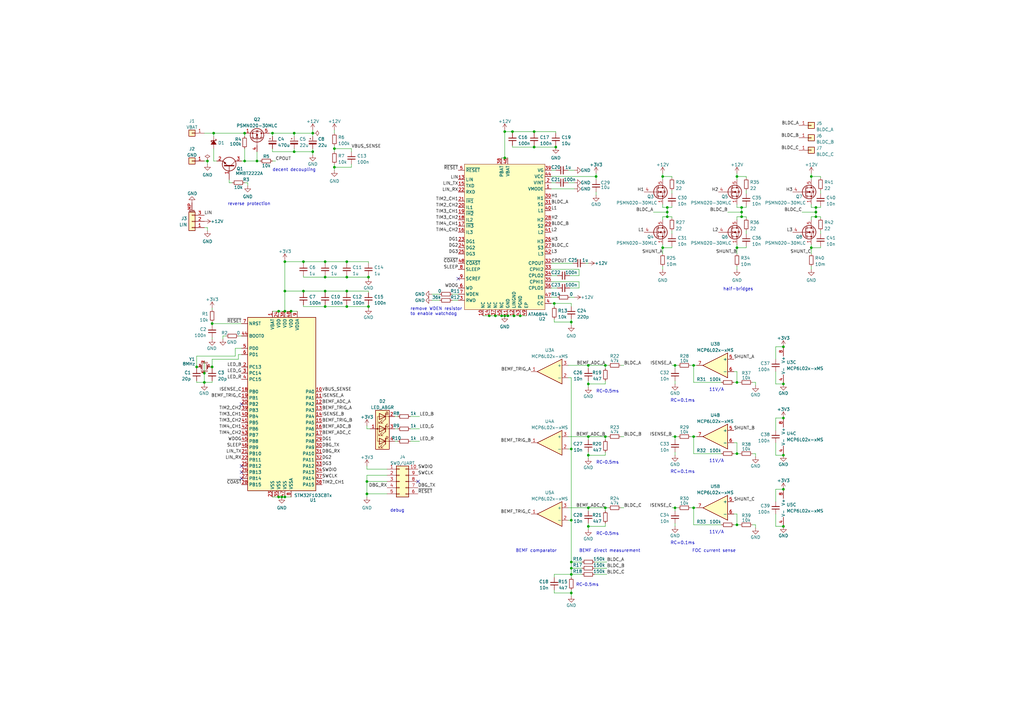
<source format=kicad_sch>
(kicad_sch (version 20231120) (generator "eeschema") (generator_version "8.0")
  (paper "A3")
  (junction (at 304.165 88.9))
  (junction (at 276.86 149.86))
  (junction (at 86.995 132.715))
  (junction (at 210.82 129.54))
  (junction (at 234.315 213.36))
  (junction (at 150.495 197.485))
  (junction (at 227.965 60.325))
  (junction (at 87.63 54.61))
  (junction (at 234.315 132.08))
  (junction (at 100.33 66.04))
  (junction (at 241.3 149.86))
  (junction (at 128.27 54.61))
  (junction (at 248.285 208.28))
  (junction (at 100.33 54.61))
  (junction (at 321.31 157.48))
  (junction (at 120.65 62.23))
  (junction (at 151.13 113.665))
  (junction (at 273.685 88.9))
  (junction (at 142.24 113.665))
  (junction (at 128.27 62.23))
  (junction (at 234.315 230.505))
  (junction (at 234.315 243.205))
  (junction (at 241.3 186.69))
  (junction (at 85.09 66.04))
  (junction (at 213.36 129.54))
  (junction (at 105.41 66.04))
  (junction (at 248.285 179.07))
  (junction (at 321.31 186.69))
  (junction (at 124.46 107.315))
  (junction (at 142.24 119.38))
  (junction (at 244.475 72.39))
  (junction (at 133.35 125.73))
  (junction (at 80.645 150.495))
  (junction (at 332.74 72.39))
  (junction (at 273.685 85.09))
  (junction (at 219.075 60.325))
  (junction (at 334.645 88.9))
  (junction (at 271.78 72.39))
  (junction (at 150.495 202.565))
  (junction (at 133.35 119.38))
  (junction (at 200.66 129.54))
  (junction (at 207.01 64.77))
  (junction (at 114.3 127.635))
  (junction (at 120.65 54.61))
  (junction (at 321.31 200.66))
  (junction (at 302.26 215.265))
  (junction (at 276.86 179.07))
  (junction (at 321.31 171.45))
  (junction (at 151.13 125.73))
  (junction (at 284.48 179.07))
  (junction (at 142.24 107.315))
  (junction (at 203.2 129.54))
  (junction (at 241.3 179.07))
  (junction (at 271.78 101.6))
  (junction (at 234.315 184.15))
  (junction (at 114.3 203.835))
  (junction (at 133.35 107.315))
  (junction (at 137.16 60.96))
  (junction (at 83.82 153.035))
  (junction (at 302.26 72.39))
  (junction (at 248.285 149.86))
  (junction (at 241.3 208.28))
  (junction (at 210.185 53.975))
  (junction (at 207.01 53.975))
  (junction (at 302.26 101.6))
  (junction (at 241.3 157.48))
  (junction (at 133.35 113.665))
  (junction (at 219.075 53.975))
  (junction (at 137.16 68.58))
  (junction (at 227.33 124.46))
  (junction (at 302.26 156.845))
  (junction (at 111.76 54.61))
  (junction (at 119.38 127.635))
  (junction (at 332.74 101.6))
  (junction (at 302.26 186.055))
  (junction (at 124.46 119.38))
  (junction (at 276.86 208.28))
  (junction (at 304.165 86.995))
  (junction (at 234.315 233.045))
  (junction (at 83.82 156.845))
  (junction (at 115.57 203.835))
  (junction (at 304.165 85.09))
  (junction (at 116.84 119.38))
  (junction (at 321.31 142.24))
  (junction (at 234.315 235.585))
  (junction (at 321.31 215.9))
  (junction (at 284.48 208.28))
  (junction (at 284.48 149.86))
  (junction (at 116.84 127.635))
  (junction (at 205.74 129.54))
  (junction (at 86.995 150.495))
  (junction (at 273.685 86.995))
  (junction (at 208.28 129.54))
  (junction (at 207.01 129.54))
  (junction (at 241.3 215.9))
  (junction (at 334.645 85.09))
  (junction (at 334.645 86.995))
  (junction (at 116.84 107.315))
  (junction (at 142.24 125.73))
  (junction (at 116.84 203.835))
  (no_connect (at 99.06 196.215))
  (no_connect (at 99.06 191.135))
  (no_connect (at 99.06 193.675))
  (no_connect (at 171.45 197.485))
  (no_connect (at 99.06 165.735))
  (no_connect (at 187.96 114.3))
  (wire (pts (xy 83.82 156.845) (xy 83.82 157.48)))
  (wire (pts (xy 318.135 176.53) (xy 318.135 171.45)))
  (wire (pts (xy 205.74 129.54) (xy 207.01 129.54)))
  (wire (pts (xy 306.07 100.965) (xy 306.07 101.6)))
  (wire (pts (xy 298.45 86.995) (xy 304.165 86.995)))
  (wire (pts (xy 275.59 94.615) (xy 275.59 95.885)))
  (wire (pts (xy 100.33 66.04) (xy 105.41 66.04)))
  (wire (pts (xy 334.645 86.995) (xy 334.645 88.9)))
  (wire (pts (xy 114.3 127.635) (xy 116.84 127.635)))
  (wire (pts (xy 332.74 85.09) (xy 334.645 85.09)))
  (wire (pts (xy 332.74 101.6) (xy 336.55 101.6)))
  (wire (pts (xy 97.79 137.795) (xy 99.06 137.795)))
  (wire (pts (xy 151.13 119.38) (xy 151.13 120.015)))
  (wire (pts (xy 133.35 125.73) (xy 133.35 125.095)))
  (wire (pts (xy 318.135 210.82) (xy 318.135 215.9)))
  (wire (pts (xy 226.06 69.85) (xy 227.965 69.85)))
  (wire (pts (xy 120.65 54.61) (xy 120.65 55.88)))
  (wire (pts (xy 332.74 83.82) (xy 332.74 85.09)))
  (wire (pts (xy 86.995 156.21) (xy 86.995 156.845)))
  (wire (pts (xy 244.475 78.74) (xy 244.475 80.01)))
  (wire (pts (xy 275.59 179.07) (xy 276.86 179.07)))
  (wire (pts (xy 150.495 194.945) (xy 150.495 197.485)))
  (wire (pts (xy 86.995 156.845) (xy 83.82 156.845)))
  (wire (pts (xy 275.59 149.86) (xy 276.86 149.86)))
  (wire (pts (xy 300.99 215.265) (xy 302.26 215.265)))
  (wire (pts (xy 306.07 72.39) (xy 302.26 72.39)))
  (wire (pts (xy 302.26 215.265) (xy 303.53 215.265)))
  (wire (pts (xy 158.75 194.945) (xy 150.495 194.945)))
  (wire (pts (xy 133.35 119.38) (xy 133.35 120.015)))
  (wire (pts (xy 302.26 72.39) (xy 302.26 73.66)))
  (wire (pts (xy 241.3 215.9) (xy 241.3 217.17)))
  (wire (pts (xy 200.66 129.54) (xy 203.2 129.54)))
  (wire (pts (xy 283.21 179.07) (xy 284.48 179.07)))
  (wire (pts (xy 248.285 156.21) (xy 248.285 157.48)))
  (wire (pts (xy 142.24 119.38) (xy 142.24 120.015)))
  (wire (pts (xy 210.185 53.975) (xy 210.185 54.61)))
  (wire (pts (xy 151.13 113.665) (xy 151.13 114.3)))
  (wire (pts (xy 275.59 73.025) (xy 275.59 72.39)))
  (wire (pts (xy 248.285 185.42) (xy 248.285 186.69)))
  (wire (pts (xy 306.07 94.615) (xy 306.07 95.885)))
  (wire (pts (xy 226.06 107.95) (xy 234.95 107.95)))
  (wire (pts (xy 302.26 186.055) (xy 303.53 186.055)))
  (wire (pts (xy 275.59 89.535) (xy 275.59 88.9)))
  (wire (pts (xy 116.84 119.38) (xy 124.46 119.38)))
  (wire (pts (xy 114.3 203.835) (xy 115.57 203.835)))
  (wire (pts (xy 226.06 110.49) (xy 237.49 110.49)))
  (wire (pts (xy 318.135 157.48) (xy 321.31 157.48)))
  (wire (pts (xy 318.135 215.9) (xy 321.31 215.9)))
  (wire (pts (xy 133.35 125.73) (xy 142.24 125.73)))
  (wire (pts (xy 271.78 71.12) (xy 271.78 72.39)))
  (wire (pts (xy 234.315 213.36) (xy 234.315 230.505)))
  (wire (pts (xy 93.98 74.93) (xy 93.98 73.66)))
  (wire (pts (xy 124.46 107.95) (xy 124.46 107.315)))
  (wire (pts (xy 237.49 115.57) (xy 237.49 118.11)))
  (wire (pts (xy 241.3 215.9) (xy 241.3 214.63)))
  (wire (pts (xy 128.27 53.34) (xy 128.27 54.61)))
  (wire (pts (xy 128.27 62.23) (xy 128.27 63.5)))
  (wire (pts (xy 111.76 60.96) (xy 111.76 62.23)))
  (wire (pts (xy 137.16 53.34) (xy 137.16 54.61)))
  (wire (pts (xy 302.26 210.82) (xy 302.26 215.265)))
  (wire (pts (xy 163.195 175.895) (xy 161.925 175.895)))
  (wire (pts (xy 99.06 142.875) (xy 96.52 142.875)))
  (wire (pts (xy 283.21 208.28) (xy 284.48 208.28)))
  (wire (pts (xy 234.315 243.205) (xy 234.315 244.475)))
  (wire (pts (xy 318.135 200.66) (xy 321.31 200.66)))
  (wire (pts (xy 111.76 62.23) (xy 120.65 62.23)))
  (wire (pts (xy 177.165 123.19) (xy 180.34 123.19)))
  (wire (pts (xy 275.59 100.965) (xy 275.59 101.6)))
  (wire (pts (xy 254.635 149.86) (xy 255.905 149.86)))
  (wire (pts (xy 248.285 179.07) (xy 248.285 180.34)))
  (wire (pts (xy 248.285 208.28) (xy 241.3 208.28)))
  (wire (pts (xy 83.82 54.61) (xy 87.63 54.61)))
  (wire (pts (xy 234.315 233.045) (xy 238.76 233.045)))
  (wire (pts (xy 124.46 125.73) (xy 124.46 125.095)))
  (wire (pts (xy 226.06 115.57) (xy 237.49 115.57)))
  (wire (pts (xy 150.495 192.405) (xy 158.75 192.405)))
  (wire (pts (xy 83.82 66.04) (xy 85.09 66.04)))
  (wire (pts (xy 302.26 83.82) (xy 302.26 85.09)))
  (wire (pts (xy 308.61 215.265) (xy 309.88 215.265)))
  (wire (pts (xy 111.76 127.635) (xy 114.3 127.635)))
  (wire (pts (xy 86.995 126.365) (xy 86.995 127)))
  (wire (pts (xy 105.41 66.04) (xy 106.68 66.04)))
  (wire (pts (xy 283.21 149.86) (xy 284.48 149.86)))
  (wire (pts (xy 100.33 60.96) (xy 100.33 66.04)))
  (wire (pts (xy 271.78 72.39) (xy 271.78 73.66)))
  (wire (pts (xy 142.24 113.665) (xy 142.24 113.03)))
  (wire (pts (xy 308.61 156.845) (xy 309.88 156.845)))
  (wire (pts (xy 233.045 154.94) (xy 234.315 154.94)))
  (wire (pts (xy 241.3 157.48) (xy 241.3 158.75)))
  (wire (pts (xy 87.63 60.96) (xy 87.63 66.04)))
  (wire (pts (xy 233.045 69.85) (xy 235.585 69.85)))
  (wire (pts (xy 304.165 88.9) (xy 302.26 88.9)))
  (wire (pts (xy 85.09 94.615) (xy 85.09 93.345)))
  (wire (pts (xy 137.16 59.69) (xy 137.16 60.96)))
  (wire (pts (xy 97.79 147.32) (xy 86.995 147.32)))
  (wire (pts (xy 306.07 78.105) (xy 306.07 79.375)))
  (wire (pts (xy 309.88 156.845) (xy 309.88 158.115)))
  (wire (pts (xy 227.33 130.81) (xy 227.33 132.08)))
  (wire (pts (xy 168.275 180.975) (xy 172.085 180.975)))
  (wire (pts (xy 142.24 119.38) (xy 151.13 119.38)))
  (wire (pts (xy 271.78 100.33) (xy 271.78 101.6)))
  (wire (pts (xy 207.01 64.77) (xy 208.28 64.77)))
  (wire (pts (xy 137.16 67.31) (xy 137.16 68.58)))
  (wire (pts (xy 86.995 150.495) (xy 86.995 151.13)))
  (wire (pts (xy 306.07 73.025) (xy 306.07 72.39)))
  (wire (pts (xy 275.59 78.105) (xy 275.59 79.375)))
  (wire (pts (xy 142.24 125.73) (xy 151.13 125.73)))
  (wire (pts (xy 302.26 152.4) (xy 302.26 156.845)))
  (wire (pts (xy 271.78 101.6) (xy 275.59 101.6)))
  (wire (pts (xy 318.135 186.69) (xy 321.31 186.69)))
  (wire (pts (xy 300.99 186.055) (xy 302.26 186.055)))
  (wire (pts (xy 248.285 179.07) (xy 241.3 179.07)))
  (wire (pts (xy 227.965 59.69) (xy 227.965 60.325)))
  (wire (pts (xy 248.285 208.28) (xy 248.285 209.55)))
  (wire (pts (xy 304.165 85.09) (xy 306.07 85.09)))
  (wire (pts (xy 80.645 151.13) (xy 80.645 150.495)))
  (wire (pts (xy 332.74 109.22) (xy 332.74 110.49)))
  (wire (pts (xy 105.41 62.23) (xy 105.41 66.04)))
  (wire (pts (xy 124.46 107.315) (xy 133.35 107.315)))
  (wire (pts (xy 80.645 150.495) (xy 81.28 150.495)))
  (wire (pts (xy 101.6 76.2) (xy 101.6 74.93)))
  (wire (pts (xy 142.24 107.315) (xy 142.24 107.95)))
  (wire (pts (xy 219.075 59.69) (xy 219.075 60.325)))
  (wire (pts (xy 302.26 101.6) (xy 302.26 104.14)))
  (wire (pts (xy 210.185 53.975) (xy 207.01 53.975)))
  (wire (pts (xy 295.91 156.845) (xy 284.48 156.845)))
  (wire (pts (xy 95.25 74.93) (xy 93.98 74.93)))
  (wire (pts (xy 302.26 100.33) (xy 302.26 101.6)))
  (wire (pts (xy 332.74 101.6) (xy 332.74 104.14)))
  (wire (pts (xy 306.07 84.455) (xy 306.07 85.09)))
  (wire (pts (xy 88.9 66.04) (xy 87.63 66.04)))
  (wire (pts (xy 227.965 53.975) (xy 219.075 53.975)))
  (wire (pts (xy 318.135 152.4) (xy 318.135 157.48)))
  (wire (pts (xy 137.16 68.58) (xy 144.145 68.58)))
  (wire (pts (xy 80.645 146.05) (xy 80.645 150.495)))
  (wire (pts (xy 309.88 186.055) (xy 309.88 187.325)))
  (wire (pts (xy 234.315 230.505) (xy 238.76 230.505)))
  (wire (pts (xy 144.145 60.96) (xy 137.16 60.96)))
  (wire (pts (xy 128.27 62.23) (xy 128.27 60.96)))
  (wire (pts (xy 234.315 233.045) (xy 234.315 235.585)))
  (wire (pts (xy 150.495 191.135) (xy 150.495 192.405)))
  (wire (pts (xy 318.135 171.45) (xy 321.31 171.45)))
  (wire (pts (xy 210.82 129.54) (xy 213.36 129.54)))
  (wire (pts (xy 234.315 230.505) (xy 234.315 233.045)))
  (wire (pts (xy 284.48 208.28) (xy 285.75 208.28)))
  (wire (pts (xy 150.495 175.895) (xy 151.765 175.895)))
  (wire (pts (xy 226.06 121.92) (xy 228.6 121.92)))
  (wire (pts (xy 241.3 186.69) (xy 241.3 185.42)))
  (wire (pts (xy 336.55 84.455) (xy 336.55 85.09)))
  (wire (pts (xy 234.315 130.81) (xy 234.315 132.08)))
  (wire (pts (xy 241.3 157.48) (xy 241.3 156.21)))
  (wire (pts (xy 151.13 113.665) (xy 151.13 113.03)))
  (wire (pts (xy 133.35 107.315) (xy 142.24 107.315)))
  (wire (pts (xy 120.65 54.61) (xy 128.27 54.61)))
  (wire (pts (xy 87.63 55.88) (xy 87.63 54.61)))
  (wire (pts (xy 284.48 215.265) (xy 284.48 208.28)))
  (wire (pts (xy 318.135 147.32) (xy 318.135 142.24)))
  (wire (pts (xy 99.06 66.04) (xy 100.33 66.04)))
  (wire (pts (xy 233.68 121.92) (xy 235.585 121.92)))
  (wire (pts (xy 233.045 208.28) (xy 241.3 208.28)))
  (wire (pts (xy 110.49 54.61) (xy 111.76 54.61)))
  (wire (pts (xy 116.84 127.635) (xy 116.84 119.38)))
  (wire (pts (xy 226.06 124.46) (xy 227.33 124.46)))
  (wire (pts (xy 226.06 74.93) (xy 227.965 74.93)))
  (wire (pts (xy 234.315 235.585) (xy 234.315 236.855)))
  (wire (pts (xy 302.26 109.22) (xy 302.26 110.49)))
  (wire (pts (xy 302.26 85.09) (xy 304.165 85.09)))
  (wire (pts (xy 241.3 186.69) (xy 241.3 187.96)))
  (wire (pts (xy 243.84 233.045) (xy 248.92 233.045)))
  (wire (pts (xy 300.99 152.4) (xy 302.26 152.4)))
  (wire (pts (xy 336.55 72.39) (xy 332.74 72.39)))
  (wire (pts (xy 116.84 106.68) (xy 116.84 107.315)))
  (wire (pts (xy 91.44 137.795) (xy 91.44 139.065)))
  (wire (pts (xy 226.06 118.11) (xy 228.6 118.11)))
  (wire (pts (xy 226.06 72.39) (xy 244.475 72.39)))
  (wire (pts (xy 111.76 66.04) (xy 113.03 66.04)))
  (wire (pts (xy 142.24 125.73) (xy 142.24 125.095)))
  (wire (pts (xy 227.965 54.61) (xy 227.965 53.975)))
  (wire (pts (xy 273.685 86.995) (xy 273.685 85.09)))
  (wire (pts (xy 203.2 129.54) (xy 205.74 129.54)))
  (wire (pts (xy 241.3 179.07) (xy 241.3 180.34)))
  (wire (pts (xy 234.315 124.46) (xy 234.315 125.73)))
  (wire (pts (xy 85.09 93.345) (xy 83.82 93.345)))
  (wire (pts (xy 309.88 215.265) (xy 309.88 216.535)))
  (wire (pts (xy 142.24 107.315) (xy 151.13 107.315)))
  (wire (pts (xy 249.555 179.07) (xy 248.285 179.07)))
  (wire (pts (xy 336.55 88.9) (xy 334.645 88.9)))
  (wire (pts (xy 86.995 132.08) (xy 86.995 132.715)))
  (wire (pts (xy 210.185 60.325) (xy 210.185 59.69)))
  (wire (pts (xy 334.645 86.995) (xy 334.645 85.09)))
  (wire (pts (xy 116.84 107.315) (xy 124.46 107.315)))
  (wire (pts (xy 137.16 68.58) (xy 137.16 69.85)))
  (wire (pts (xy 133.35 119.38) (xy 142.24 119.38)))
  (wire (pts (xy 142.24 113.665) (xy 151.13 113.665)))
  (wire (pts (xy 233.045 74.93) (xy 235.585 74.93)))
  (wire (pts (xy 150.495 202.565) (xy 158.75 202.565)))
  (wire (pts (xy 80.645 156.845) (xy 80.645 156.21)))
  (wire (pts (xy 111.76 54.61) (xy 120.65 54.61)))
  (wire (pts (xy 249.555 149.86) (xy 248.285 149.86)))
  (wire (pts (xy 248.285 157.48) (xy 241.3 157.48)))
  (wire (pts (xy 96.52 142.875) (xy 96.52 146.05)))
  (wire (pts (xy 144.145 68.58) (xy 144.145 67.31)))
  (wire (pts (xy 86.995 132.715) (xy 99.06 132.715)))
  (wire (pts (xy 120.65 62.23) (xy 128.27 62.23)))
  (wire (pts (xy 133.35 113.665) (xy 133.35 113.03)))
  (wire (pts (xy 83.82 156.845) (xy 80.645 156.845)))
  (wire (pts (xy 336.55 78.105) (xy 336.55 79.375)))
  (wire (pts (xy 124.46 119.38) (xy 124.46 120.015)))
  (wire (pts (xy 128.27 54.61) (xy 128.27 55.88)))
  (wire (pts (xy 233.045 179.07) (xy 241.3 179.07)))
  (wire (pts (xy 244.475 72.39) (xy 244.475 73.66)))
  (wire (pts (xy 254.635 179.07) (xy 255.905 179.07)))
  (wire (pts (xy 334.645 85.09) (xy 336.55 85.09)))
  (wire (pts (xy 240.03 107.95) (xy 241.3 107.95)))
  (wire (pts (xy 208.28 129.54) (xy 210.82 129.54)))
  (wire (pts (xy 85.09 66.04) (xy 85.09 67.31)))
  (wire (pts (xy 227.33 124.46) (xy 234.315 124.46)))
  (wire (pts (xy 234.315 235.585) (xy 238.76 235.585)))
  (wire (pts (xy 207.01 129.54) (xy 208.28 129.54)))
  (wire (pts (xy 86.995 132.715) (xy 86.995 133.35)))
  (wire (pts (xy 244.475 71.12) (xy 244.475 72.39)))
  (wire (pts (xy 237.49 118.11) (xy 233.68 118.11)))
  (wire (pts (xy 233.045 149.86) (xy 241.3 149.86)))
  (wire (pts (xy 275.59 208.28) (xy 276.86 208.28)))
  (wire (pts (xy 198.12 129.54) (xy 200.66 129.54)))
  (wire (pts (xy 332.74 72.39) (xy 332.74 73.66)))
  (wire (pts (xy 304.165 86.995) (xy 304.165 88.9)))
  (wire (pts (xy 318.135 181.61) (xy 318.135 186.69)))
  (wire (pts (xy 284.48 149.86) (xy 285.75 149.86)))
  (wire (pts (xy 276.86 149.86) (xy 276.86 151.13)))
  (wire (pts (xy 336.55 94.615) (xy 336.55 95.885)))
  (wire (pts (xy 295.91 186.055) (xy 284.48 186.055)))
  (wire (pts (xy 273.685 85.09) (xy 275.59 85.09)))
  (wire (pts (xy 151.13 107.315) (xy 151.13 107.95)))
  (wire (pts (xy 185.42 120.65) (xy 187.96 120.65)))
  (wire (pts (xy 124.46 125.73) (xy 133.35 125.73)))
  (wire (pts (xy 275.59 84.455) (xy 275.59 85.09)))
  (wire (pts (xy 295.91 215.265) (xy 284.48 215.265)))
  (wire (pts (xy 237.49 110.49) (xy 237.49 113.03)))
  (wire (pts (xy 227.33 124.46) (xy 227.33 125.73)))
  (wire (pts (xy 150.495 174.625) (xy 150.495 175.895)))
  (wire (pts (xy 100.33 54.61) (xy 100.33 55.88)))
  (wire (pts (xy 234.315 213.36) (xy 233.045 213.36)))
  (wire (pts (xy 133.35 107.315) (xy 133.35 107.95)))
  (wire (pts (xy 96.52 146.05) (xy 80.645 146.05)))
  (wire (pts (xy 302.26 181.61) (xy 302.26 186.055)))
  (wire (pts (xy 227.33 132.08) (xy 234.315 132.08)))
  (wire (pts (xy 111.76 54.61) (xy 111.76 55.88)))
  (wire (pts (xy 302.26 156.845) (xy 303.53 156.845)))
  (wire (pts (xy 243.84 230.505) (xy 248.92 230.505)))
  (wire (pts (xy 275.59 88.9) (xy 273.685 88.9)))
  (wire (pts (xy 86.995 147.32) (xy 86.995 150.495)))
  (wire (pts (xy 163.195 170.815) (xy 161.925 170.815)))
  (wire (pts (xy 151.13 125.73) (xy 151.13 126.365)))
  (wire (pts (xy 304.165 86.995) (xy 304.165 85.09)))
  (wire (pts (xy 332.74 100.33) (xy 332.74 101.6)))
  (wire (pts (xy 336.55 100.965) (xy 336.55 101.6)))
  (wire (pts (xy 276.86 156.21) (xy 276.86 157.48)))
  (wire (pts (xy 116.84 203.835) (xy 119.38 203.835)))
  (wire (pts (xy 275.59 72.39) (xy 271.78 72.39)))
  (wire (pts (xy 271.78 85.09) (xy 273.685 85.09)))
  (wire (pts (xy 151.13 125.73) (xy 151.13 125.095)))
  (wire (pts (xy 276.86 179.07) (xy 276.86 180.34)))
  (wire (pts (xy 133.35 113.665) (xy 142.24 113.665)))
  (wire (pts (xy 226.06 77.47) (xy 235.585 77.47)))
  (wire (pts (xy 284.48 186.055) (xy 284.48 179.07)))
  (wire (pts (xy 86.36 150.495) (xy 86.995 150.495)))
  (wire (pts (xy 226.06 113.03) (xy 228.6 113.03)))
  (wire (pts (xy 328.93 86.995) (xy 334.645 86.995)))
  (wire (pts (xy 83.82 147.955) (xy 83.82 153.035)))
  (wire (pts (xy 150.495 197.485) (xy 158.75 197.485)))
  (wire (pts (xy 302.26 88.9) (xy 302.26 90.17)))
  (wire (pts (xy 308.61 186.055) (xy 309.88 186.055)))
  (wire (pts (xy 276.86 214.63) (xy 276.86 215.9)))
  (wire (pts (xy 271.78 101.6) (xy 271.78 104.14)))
  (wire (pts (xy 300.99 181.61) (xy 302.26 181.61)))
  (wire (pts (xy 271.78 88.9) (xy 271.78 90.17)))
  (wire (pts (xy 248.285 215.9) (xy 241.3 215.9)))
  (wire (pts (xy 278.13 149.86) (xy 276.86 149.86)))
  (wire (pts (xy 332.74 71.12) (xy 332.74 72.39)))
  (wire (pts (xy 234.315 241.935) (xy 234.315 243.205)))
  (wire (pts (xy 91.44 137.795) (xy 92.71 137.795)))
  (wire (pts (xy 284.48 156.845) (xy 284.48 149.86)))
  (wire (pts (xy 318.135 142.24) (xy 321.31 142.24)))
  (wire (pts (xy 124.46 113.665) (xy 124.46 113.03)))
  (wire (pts (xy 241.3 208.28) (xy 241.3 209.55)))
  (wire (pts (xy 213.36 129.54) (xy 215.9 129.54)))
  (wire (pts (xy 119.38 127.635) (xy 121.92 127.635)))
  (wire (pts (xy 234.315 184.15) (xy 234.315 213.36)))
  (wire (pts (xy 336.55 73.025) (xy 336.55 72.39)))
  (wire (pts (xy 124.46 119.38) (xy 133.35 119.38)))
  (wire (pts (xy 205.74 64.77) (xy 207.01 64.77)))
  (wire (pts (xy 124.46 113.665) (xy 133.35 113.665)))
  (wire (pts (xy 241.3 149.86) (xy 241.3 151.13)))
  (wire (pts (xy 318.135 205.74) (xy 318.135 200.66)))
  (wire (pts (xy 233.045 184.15) (xy 234.315 184.15)))
  (wire (pts (xy 271.78 109.22) (xy 271.78 110.49)))
  (wire (pts (xy 168.275 170.815) (xy 172.085 170.815)))
  (wire (pts (xy 86.995 138.43) (xy 86.995 139.065)))
  (wire (pts (xy 234.315 154.94) (xy 234.315 184.15)))
  (wire (pts (xy 150.495 202.565) (xy 150.495 203.835)))
  (wire (pts (xy 271.78 83.82) (xy 271.78 85.09)))
  (wire (pts (xy 97.79 145.415) (xy 99.06 145.415)))
  (wire (pts (xy 137.16 60.96) (xy 137.16 62.23)))
  (wire (pts (xy 207.01 53.34) (xy 207.01 53.975)))
  (wire (pts (xy 334.645 88.9) (xy 332.74 88.9)))
  (wire (pts (xy 101.6 74.93) (xy 100.33 74.93)))
  (wire (pts (xy 248.285 214.63) (xy 248.285 215.9)))
  (wire (pts (xy 120.65 60.96) (xy 120.65 62.23)))
  (wire (pts (xy 97.79 145.415) (xy 97.79 147.32)))
  (wire (pts (xy 227.33 235.585) (xy 227.33 236.855)))
  (wire (pts (xy 284.48 179.07) (xy 285.75 179.07)))
  (wire (pts (xy 273.685 88.9) (xy 271.78 88.9)))
  (wire (pts (xy 219.075 60.325) (xy 210.185 60.325)))
  (wire (pts (xy 111.76 203.835) (xy 114.3 203.835)))
  (wire (pts (xy 227.33 235.585) (xy 234.315 235.585)))
  (wire (pts (xy 302.26 101.6) (xy 306.07 101.6)))
  (wire (pts (xy 249.555 208.28) (xy 248.285 208.28)))
  (wire (pts (xy 150.495 197.485) (xy 150.495 202.565)))
  (wire (pts (xy 83.82 153.035) (xy 83.82 156.845)))
  (wire (pts (xy 248.285 186.69) (xy 241.3 186.69)))
  (wire (pts (xy 248.285 149.86) (xy 241.3 149.86)))
  (wire (pts (xy 227.33 243.205) (xy 227.33 241.935)))
  (wire (pts (xy 116.84 119.38) (xy 116.84 107.315)))
  (wire (pts (xy 234.315 243.205) (xy 227.33 243.205)))
  (wire (pts (xy 207.01 53.975) (xy 207.01 64.77)))
  (wire (pts (xy 185.42 123.19) (xy 187.96 123.19)))
  (wire (pts (xy 248.285 149.86) (xy 248.285 151.13)))
  (wire (pts (xy 177.165 120.65) (xy 180.34 120.65)))
  (wire (pts (xy 278.13 179.07) (xy 276.86 179.07)))
  (wire (pts (xy 254.635 208.28) (xy 255.905 208.28)))
  (wire (pts (xy 219.075 60.325) (xy 227.965 60.325)))
  (wire (pts (xy 116.84 127.635) (xy 119.38 127.635)))
  (wire (pts (xy 168.275 175.895) (xy 172.085 175.895)))
  (wire (pts (xy 243.84 235.585) (xy 248.92 235.585)))
  (wire (pts (xy 276.86 185.42) (xy 276.86 186.69)))
  (wire (pts (xy 219.075 53.975) (xy 219.075 54.61)))
  (wire (pts (xy 336.55 89.535) (xy 336.55 88.9)))
  (wire (pts (xy 300.99 210.82) (xy 302.26 210.82)))
  (wire (pts (xy 144.145 60.96) (xy 144.145 62.23)))
  (wire (pts (xy 276.86 208.28) (xy 276.86 209.55)))
  (wire (pts (xy 267.97 86.995) (xy 273.685 86.995)))
  (wire (pts (xy 115.57 203.835) (xy 116.84 203.835)))
  (wire (pts (xy 306.07 88.9) (xy 304.165 88.9)))
  (wire (pts (xy 237.49 113.03) (xy 233.68 113.03)))
  (wire (pts (xy 163.195 180.975) (xy 161.925 180.975)))
  (wire (pts (xy 234.315 133.35) (xy 234.315 132.08)))
  (wire (pts (xy 300.99 156.845) (xy 302.26 156.845)))
  (wire (pts (xy 302.26 71.12) (xy 302.26 72.39)))
  (wire (pts (xy 219.075 53.975) (xy 210.185 53.975)))
  (wire (pts (xy 332.74 88.9) (xy 332.74 90.17)))
  (wire (pts (xy 306.07 89.535) (xy 306.07 88.9)))
  (wire (pts (xy 273.685 86.995) (xy 273.685 88.9)))
  (wire (pts (xy 87.63 54.61) (xy 100.33 54.61)))
  (wire (pts (xy 278.13 208.28) (xy 276.86 208.28)))
  (text "decent decoupling" (at 111.76 70.485 0) (effects (font (size 1.27 1.27)) (justify left bottom)))
  (text "RC~0.5ms" (at 236.22 240.665 0) (effects (font (size 1.27 1.27)) (justify left bottom)))
  (text "RC~0.5ms" (at 244.475 161.29 0) (effects (font (size 1.27 1.27)) (justify left bottom)))
  (text "debug" (at 160.02 210.185 0) (effects (font (size 1.27 1.27)) (justify left bottom)))
  (text "RC~0.5ms" (at 244.475 190.5 0) (effects (font (size 1.27 1.27)) (justify left bottom)))
  (text "half-bridges" (at 296.545 119.38 0) (effects (font (size 1.27 1.27)) (justify left bottom)))
  (text "RC=0.1ms" (at 274.955 194.31 0) (effects (font (size 1.27 1.27)) (justify left bottom)))
  (text "BEMF comparator" (at 211.455 226.695 0) (effects (font (size 1.27 1.27)) (justify left bottom)))
  (text "FOC current sense" (at 283.845 226.695 0) (effects (font (size 1.27 1.27)) (justify left bottom)))
  (text "RC=0.1ms" (at 274.955 223.52 0) (effects (font (size 1.27 1.27)) (justify left bottom)))
  (text "11V/A" (at 290.83 219.075 0) (effects (font (size 1.27 1.27)) (justify left bottom)))
  (text "remove WDEN resistor\nto enable watchdog" (at 168.275 129.54 0) (effects (font (size 1.27 1.27)) (justify left bottom)))
  (text "11V/A" (at 290.83 189.865 0) (effects (font (size 1.27 1.27)) (justify left bottom)))
  (text "BEMF direct measurement" (at 237.49 226.695 0) (effects (font (size 1.27 1.27)) (justify left bottom)))
  (text "11V/A" (at 290.83 160.655 0) (effects (font (size 1.27 1.27)) (justify left bottom)))
  (text "reverse protection" (at 93.345 84.455 0) (effects (font (size 1.27 1.27)) (justify left bottom)))
  (text "RC~0.5ms" (at 244.475 219.71 0) (effects (font (size 1.27 1.27)) (justify left bottom)))
  (text "RC=0.1ms" (at 274.955 165.1 0) (effects (font (size 1.27 1.27)) (justify left bottom)))
  (label "H1" (at 264.16 78.74 180))
  (label "WDOG" (at 187.96 118.11 180))
  (label "LED_B" (at 172.085 170.815 0))
  (label "BLDC_B" (at 226.06 92.71 0))
  (label "H2" (at 226.06 90.17 0))
  (label "TIM4_CH1" (at 187.96 92.71 180))
  (label "CPOUT" (at 226.06 107.95 0))
  (label "ISENSE_B" (at 132.08 170.815 0))
  (label "VBUS_SENSE" (at 144.145 60.96 0))
  (label "SWDIO" (at 132.08 193.675 0))
  (label "BLDC_B" (at 327.66 56.515 180))
  (label "DG2" (at 187.96 101.6 180))
  (label "~{RESET}" (at 187.96 69.85 180))
  (label "LED_B" (at 99.06 150.495 180))
  (label "TIM2_CH2" (at 187.96 85.09 180))
  (label "BEMF_ADC_C" (at 248.285 208.28 180))
  (label "ISENSE_B" (at 275.59 179.07 180))
  (label "LIN" (at 187.96 73.66 180))
  (label "DBG_RX" (at 132.08 186.055 0))
  (label "SWDIO" (at 171.45 192.405 0))
  (label "SHUNT_A" (at 300.99 147.32 0))
  (label "BEMF_TRIG_B" (at 132.08 173.355 0))
  (label "LIN_RX" (at 187.96 78.74 180))
  (label "SHUNT_C" (at 300.99 205.74 0))
  (label "BLDC_C" (at 328.93 86.995 180))
  (label "LIN_TX" (at 99.06 186.055 180))
  (label "BLDC_C" (at 327.66 61.595 180))
  (label "ISENSE_C" (at 99.06 160.655 180))
  (label "BEMF_ADC_A" (at 132.08 165.735 0))
  (label "BLDC_B" (at 255.905 179.07 0))
  (label "DBG_RX" (at 158.75 200.025 180))
  (label "SWCLK" (at 171.45 194.945 0))
  (label "DG2" (at 132.08 188.595 0))
  (label "DG3" (at 132.08 191.135 0))
  (label "~{COAST}" (at 187.96 107.95 180))
  (label "ISENSE_A" (at 275.59 149.86 180))
  (label "BEMF_TRIG_C" (at 99.06 163.195 180))
  (label "LIN_RX" (at 99.06 188.595 180))
  (label "LIN" (at 83.82 88.265 0))
  (label "DG1" (at 132.08 180.975 0))
  (label "BLDC_B" (at 298.45 86.995 180))
  (label "TIM3_CH2" (at 187.96 90.17 180))
  (label "SHUNT_C" (at 332.74 104.14 180))
  (label "LED_G" (at 99.06 153.035 180))
  (label "WDOG" (at 99.06 180.975 180))
  (label "~{RESET}" (at 171.45 202.565 0))
  (label "L3" (at 226.06 104.14 0))
  (label "BEMF_TRIG_A" (at 132.08 168.275 0))
  (label "SHUNT_B" (at 302.26 104.14 180))
  (label "BEMF_TRIG_B" (at 217.805 181.61 180))
  (label "BLDC_B" (at 248.92 233.045 0))
  (label "~{RESET}" (at 99.06 132.715 180))
  (label "LED_R" (at 99.06 155.575 180))
  (label "DG3" (at 187.96 104.14 180))
  (label "TIM2_CH1" (at 132.08 198.755 0))
  (label "BEMF_ADC_C" (at 132.08 178.435 0))
  (label "SHUNT_A" (at 271.78 104.14 180))
  (label "DG1" (at 187.96 99.06 180))
  (label "BEMF_TRIG_A" (at 217.805 152.4 180))
  (label "LED_R" (at 172.085 180.975 0))
  (label "H1" (at 226.06 81.28 0))
  (label "ISENSE_C" (at 275.59 208.28 180))
  (label "L2" (at 294.64 95.25 180))
  (label "SHUNT_B" (at 300.99 176.53 0))
  (label "BEMF_ADC_A" (at 248.285 149.86 180))
  (label "BLDC_C" (at 226.06 101.6 0))
  (label "~{COAST}" (at 99.06 198.755 180))
  (label "TIM3_CH1" (at 187.96 87.63 180))
  (label "LIN_TX" (at 187.96 76.2 180))
  (label "H2" (at 294.64 78.74 180))
  (label "TIM2_CH2" (at 99.06 168.275 180))
  (label "BEMF_TRIG_C" (at 217.805 210.82 180))
  (label "SLEEP" (at 99.06 183.515 180))
  (label "H3" (at 226.06 99.06 0))
  (label "CPOUT" (at 113.03 66.04 0))
  (label "ISENSE_A" (at 132.08 163.195 0))
  (label "BLDC_C" (at 248.92 235.585 0))
  (label "L2" (at 226.06 95.25 0))
  (label "L1" (at 264.16 95.25 180))
  (label "TIM4_CH2" (at 187.96 95.25 180))
  (label "H3" (at 325.12 78.74 180))
  (label "VBUS_SENSE" (at 132.08 160.655 0))
  (label "TIM2_CH1" (at 187.96 82.55 180))
  (label "DBG_TX" (at 132.08 183.515 0))
  (label "L1" (at 226.06 86.36 0))
  (label "BLDC_A" (at 327.66 51.435 180))
  (label "BLDC_A" (at 255.905 149.86 0))
  (label "BLDC_C" (at 255.905 208.28 0))
  (label "TIM3_CH2" (at 99.06 173.355 180))
  (label "TIM4_CH1" (at 99.06 175.895 180))
  (label "TIM3_CH1" (at 99.06 170.815 180))
  (label "SWCLK" (at 132.08 196.215 0))
  (label "TIM4_CH2" (at 99.06 178.435 180))
  (label "L3" (at 325.12 95.25 180))
  (label "BEMF_ADC_B" (at 248.285 179.07 180))
  (label "BLDC_A" (at 226.06 83.82 0))
  (label "BLDC_A" (at 267.97 86.995 180))
  (label "LED_G" (at 172.085 175.895 0))
  (label "BLDC_A" (at 248.92 230.505 0))
  (label "BEMF_ADC_B" (at 132.08 175.895 0))
  (label "SLEEP" (at 187.96 110.49 180))
  (label "DBG_TX" (at 171.45 200.025 0))
  (symbol (lib_id "Device:C_Small") (at 318.135 208.28 0) (mirror x) (unit 1)
    (property "Reference" "C39" (at 315.8109 207.4389 0) (effects (justify right)))
    (property "Value" "100n" (at 315.8109 209.9758 0) (effects (justify right)))
    (property "Footprint" "Capacitor_SMD:C_0603_1608Metric" (effects (hide yes)))
  )
  (symbol (lib_id "Connector_Generic:Conn_01x01") (at 332.74 51.435 0) (unit 1)
    (property "Reference" "J5" (at 334.772 50.6003 0) (effects (justify left)))
    (property "Value" "BLDC_A" (at 334.772 53.1372 0) (effects (justify left)))
    (property "Footprint" "extraparts:barrel_3.5mm" (effects (hide yes)))
  )
  (symbol (lib_id "Device:R_Small") (at 165.735 180.975 90) (unit 1)
    (property "Reference" "R10" (at 162.56 179.705 90))
    (property "Value" "1k" (at 169.545 179.705 90))
    (property "Footprint" "Resistor_SMD:R_0603_1608Metric" (effects (hide yes)))
  )
  (symbol (lib_id "power:GND") (at 227.965 60.325 0) (unit 1)
    (property "Reference" "#PWR024" (effects (hide yes)))
    (property "Value" "GND" (at 227.965 64.7684 0))
  )
  (symbol (lib_id "MCU_ST_STM32F1:STM32F103CBTx") (at 116.84 165.735 0) (unit 1)
    (property "Reference" "U1" (at 127 205.105 0) (effects (justify left)))
    (property "Value" "STM32F103CBTx" (at 120.65 203.2 0) (effects (justify left)))
    (property "Footprint" "Package_QFP:LQFP-48_7x7mm_P0.5mm" (effects (hide yes)))
    (property "Datasheet" "http://www.st.com/st-web-ui/static/active/en/resource/technical/document/datasheet/CD00161566.pdf" (effects (hide yes)))
  )
  (symbol (lib_id "Amplifier_Operational:MCP6L02x-xMS") (at 293.37 149.86 0) (mirror y) (unit 2)
    (property "Reference" "U3" (at 293.37 141.0802 0))
    (property "Value" "MCP6L02x-xMS" (at 293.37 143.6171 0))
    (property "Footprint" "Package_SO:MSOP-8_3x3mm_P0.65mm" (effects (hide yes)))
    (property "Datasheet" "http://ww1.microchip.com/downloads/en/devicedoc/22140b.pdf" (effects (hide yes)))
  )
  (symbol (lib_id "extraparts:ATA6844") (at 207.01 96.52 0) (unit 1)
    (property "Reference" "U2" (at 220.98 130.81 0) (effects (justify left)))
    (property "Value" "ATA6844" (at 216.535 128.905 0) (effects (justify left)))
    (property "Footprint" "Package_DFN_QFN:QFN-48-1EP_7x7mm_P0.5mm_EP5.6x5.6mm" (effects (hide yes)))
  )
  (symbol (lib_id "power:GND") (at 276.86 186.69 0) (unit 1)
    (property "Reference" "#PWR040" (effects (hide yes)))
    (property "Value" "GND" (at 276.86 190.5 0))
  )
  (symbol (lib_id "power:GND") (at 151.13 126.365 0) (unit 1)
    (property "Reference" "#PWR019" (effects (hide yes)))
    (property "Value" "GND" (at 151.13 130.175 0))
  )
  (symbol (lib_id "Device:R_Small") (at 280.67 208.28 90) (unit 1)
    (property "Reference" "R30" (at 280.67 204.47 90))
    (property "Value" "10k" (at 280.67 206.375 90))
    (property "Footprint" "Resistor_SMD:R_0603_1608Metric" (effects (hide yes)))
  )
  (symbol (lib_id "Device:R_Small") (at 165.735 170.815 90) (unit 1)
    (property "Reference" "R8" (at 162.56 169.545 90))
    (property "Value" "1k" (at 169.545 169.545 90))
    (property "Footprint" "Resistor_SMD:R_0603_1608Metric" (effects (hide yes)))
  )
  (symbol (lib_id "Device:C_Small") (at 219.075 57.15 0) (unit 1)
    (property "Reference" "C17" (at 221.3991 56.3216 0) (effects (justify left)))
    (property "Value" "100n" (at 221.3991 58.8585 0) (effects (justify left)))
    (property "Footprint" "Capacitor_SMD:C_0603_1608Metric" (effects (hide yes)))
  )
  (symbol (lib_id "Device:C_Small") (at 336.55 98.425 0) (unit 1)
    (property "Reference" "C41" (at 338.8741 97.5966 0) (effects (justify left)))
    (property "Value" "10n" (at 338.8741 100.1335 0) (effects (justify left)))
    (property "Footprint" "Capacitor_SMD:C_0603_1608Metric" (effects (hide yes)))
  )
  (symbol (lib_id "Device:C_Small") (at 124.46 110.49 0) (unit 1)
    (property "Reference" "C6" (at 126.7841 109.6616 0) (effects (justify left)))
    (property "Value" "1u" (at 126.7841 112.1985 0) (effects (justify left)))
    (property "Footprint" "Capacitor_SMD:C_0603_1608Metric" (effects (hide yes)))
  )
  (symbol (lib_id "power:GND") (at 85.09 67.31 0) (unit 1)
    (property "Reference" "#PWR04" (effects (hide yes)))
    (property "Value" "GND" (at 85.09 71.7534 0))
  )
  (symbol (lib_id "Device:C_Small") (at 241.3 212.09 0) (mirror x) (unit 1)
    (property "Reference" "C28" (at 238.976 211.2489 0) (effects (justify right)))
    (property "Value" "10n" (at 238.976 213.7858 0) (effects (justify right)))
    (property "Footprint" "Capacitor_SMD:C_0603_1608Metric" (effects (hide yes)))
  )
  (symbol (lib_id "Device:C_Small") (at 318.135 179.07 0) (mirror x) (unit 1)
    (property "Reference" "C38" (at 315.8109 178.2289 0) (effects (justify right)))
    (property "Value" "100n" (at 315.8109 180.7658 0) (effects (justify right)))
    (property "Footprint" "Capacitor_SMD:C_0603_1608Metric" (effects (hide yes)))
  )
  (symbol (lib_id "Device:C_Polarized_Small") (at 120.65 58.42 0) (unit 1)
    (property "Reference" "C5" (at 122.809 57.0392 0) (effects (justify left)))
    (property "Value" "22u" (at 122.809 59.5761 0) (effects (justify left)))
    (property "Footprint" "Capacitor_Tantalum_SMD:CP_EIA-3528-21_Kemet-B" (effects (hide yes)))
  )
  (symbol (lib_id "Transistor_FET:PSMN5R2-60YL") (at 330.2 95.25 0) (unit 1)
    (property "Reference" "Q8" (at 326.39 97.155 0) (effects (justify left)))
    (property "Value" "PSMN020-30MLC" (at 313.69 99.695 0) (effects (justify left)))
    (property "Footprint" "Package_TO_SOT_SMD:LFPAK33" (effects (hide yes)))
  )
  (symbol (lib_id "power:GND") (at 235.585 74.93 90) (unit 1)
    (property "Reference" "#PWR028" (effects (hide yes)))
    (property "Value" "GND" (at 238.125 74.93 90) (effects (justify right)))
  )
  (symbol (lib_id "Device:C_Small") (at 80.645 153.67 0) (mirror x) (unit 1)
    (property "Reference" "C1" (at 78.321 152.8289 0) (effects (justify right)))
    (property "Value" "20p" (at 78.321 155.3658 0) (effects (justify right)))
    (property "Footprint" "Capacitor_SMD:C_0603_1608Metric" (effects (hide yes)))
  )
  (symbol (lib_id "Device:R_Small") (at 298.45 186.055 90) (unit 1)
    (property "Reference" "R32" (at 287.655 184.785 90))
    (property "Value" "100k" (at 293.37 184.785 90))
    (property "Footprint" "Resistor_SMD:R_0603_1608Metric" (effects (hide yes)))
  )
  (symbol (lib_id "Device:C_Small") (at 231.14 113.03 90) (unit 1)
    (property "Reference" "C22" (at 227.965 111.76 90))
    (property "Value" "100n" (at 234.315 111.76 90))
    (property "Footprint" "Capacitor_SMD:C_0603_1608Metric" (effects (hide yes)))
  )
  (symbol (lib_id "Device:R_Small") (at 241.3 230.505 270) (unit 1)
    (property "Reference" "R16" (at 236.855 229.235 90))
    (property "Value" "150k" (at 245.745 229.235 90))
    (property "Footprint" "Resistor_SMD:R_0402_1005Metric" (effects (hide yes)))
  )
  (symbol (lib_id "Device:C_Small") (at 241.3 182.88 0) (mirror x) (unit 1)
    (property "Reference" "C27" (at 238.976 182.0389 0) (effects (justify right)))
    (property "Value" "10n" (at 238.976 184.5758 0) (effects (justify right)))
    (property "Footprint" "Capacitor_SMD:C_0603_1608Metric" (effects (hide yes)))
  )
  (symbol (lib_id "power:GND") (at 207.01 129.54 0) (unit 1)
    (property "Reference" "#PWR023" (effects (hide yes)))
    (property "Value" "GND" (at 207.01 133.9834 0))
  )
  (symbol (lib_id "power:GND") (at 91.44 139.065 0) (unit 1)
    (property "Reference" "#PWR08" (effects (hide yes)))
    (property "Value" "GND" (at 97.155 140.335 0) (effects (justify right)))
  )
  (symbol (lib_id "Connector_Generic:Conn_01x01") (at 78.74 54.61 180) (unit 1)
    (property "Reference" "J1" (at 78.74 49.6402 0))
    (property "Value" "VBAT" (at 78.74 52.1771 0))
    (property "Footprint" "extraparts:barrel_3.5mm" (effects (hide yes)))
  )
  (symbol (lib_id "Transistor_FET:PSMN5R2-60YL") (at 299.72 95.25 0) (unit 1)
    (property "Reference" "Q6" (at 295.91 97.155 0) (effects (justify left)))
    (property "Value" "PSMN020-30MLC" (at 283.21 99.695 0) (effects (justify left)))
    (property "Footprint" "Package_TO_SOT_SMD:LFPAK33" (effects (hide yes)))
  )
  (symbol (lib_id "power:+3V3") (at 116.84 106.68 0) (unit 1)
    (property "Reference" "#PWR011" (effects (hide yes)))
    (property "Value" "+3V3" (at 116.84 103.1042 0))
  )
  (symbol (lib_id "Device:C_Small") (at 275.59 81.915 0) (unit 1)
    (property "Reference" "C30" (at 277.9141 81.0866 0) (effects (justify left)))
    (property "Value" "10n" (at 277.9141 83.6235 0) (effects (justify left)))
    (property "Footprint" "Capacitor_SMD:C_0603_1608Metric" (effects (hide yes)))
  )
  (symbol (lib_id "Device:R_Small") (at 280.67 149.86 90) (unit 1)
    (property "Reference" "R28" (at 280.67 146.05 90))
    (property "Value" "10k" (at 280.67 147.955 90))
    (property "Footprint" "Resistor_SMD:R_0603_1608Metric" (effects (hide yes)))
  )
  (symbol (lib_id "power:GND") (at 309.88 187.325 0) (unit 1)
    (property "Reference" "#PWR045" (effects (hide yes)))
    (property "Value" "GND" (at 309.88 191.135 0))
  )
  (symbol (lib_id "Device:R_Small") (at 271.78 106.68 0) (unit 1)
    (property "Reference" "R25" (at 273.2786 105.8453 0) (effects (justify left)))
    (property "Value" "10m" (at 273.2786 108.3822 0) (effects (justify left)))
    (property "Footprint" "Resistor_SMD:R_1206_3216Metric" (effects (hide yes)))
  )
  (symbol (lib_id "Amplifier_Operational:MCP6L02x-xMS") (at 293.37 179.07 0) (mirror y) (unit 2)
    (property "Reference" "U4" (at 293.37 170.2902 0))
    (property "Value" "MCP6L02x-xMS" (at 293.37 172.8271 0))
    (property "Footprint" "Package_SO:MSOP-8_3x3mm_P0.65mm" (effects (hide yes)))
    (property "Datasheet" "http://ww1.microchip.com/downloads/en/devicedoc/22140b.pdf" (effects (hide yes)))
  )
  (symbol (lib_id "power:GND") (at 83.82 157.48 0) (unit 1)
    (property "Reference" "#PWR03" (effects (hide yes)))
    (property "Value" "GND" (at 85.725 161.29 0) (effects (justify right)))
  )
  (symbol (lib_id "Device:R_Small") (at 241.3 235.585 270) (unit 1)
    (property "Reference" "R18" (at 236.855 234.315 90))
    (property "Value" "150k" (at 245.745 234.315 90))
    (property "Footprint" "Resistor_SMD:R_0402_1005Metric" (effects (hide yes)))
  )
  (symbol (lib_id "Transistor_FET:PSMN5R2-60YL") (at 269.24 78.74 0) (unit 1)
    (property "Reference" "Q3" (at 265.43 80.645 0) (effects (justify left)))
    (property "Value" "PSMN020-30MLC" (at 252.73 83.185 0) (effects (justify left)))
    (property "Footprint" "Package_TO_SOT_SMD:LFPAK33" (effects (hide yes)))
  )
  (symbol (lib_id "Device:R_Small") (at 137.16 64.77 0) (unit 1)
    (property "Reference" "R7" (at 138.6586 63.9353 0) (effects (justify left)))
    (property "Value" "10k" (at 138.6586 66.4722 0) (effects (justify left)))
    (property "Footprint" "Resistor_SMD:R_0603_1608Metric" (effects (hide yes)))
  )
  (symbol (lib_id "power:GND") (at 321.31 215.9 0) (unit 1)
    (property "Reference" "#PWR052" (effects (hide yes)))
    (property "Value" "GND" (at 321.31 219.71 0))
  )
  (symbol (lib_id "Device:R_Small") (at 252.095 208.28 90) (unit 1)
    (property "Reference" "R24" (at 252.095 204.47 90))
    (property "Value" "47k" (at 252.095 206.3805 90))
    (property "Footprint" "Resistor_SMD:R_0603_1608Metric" (effects (hide yes)))
  )
  (symbol (lib_id "Amplifier_Operational:MCP6L02x-xMS") (at 225.425 181.61 0) (mirror y) (unit 1)
    (property "Reference" "U4" (at 225.425 172.8302 0))
    (property "Value" "MCP6L02x-xMS" (at 225.425 175.3671 0))
    (property "Footprint" "Package_SO:MSOP-8_3x3mm_P0.65mm" (effects (hide yes)))
    (property "Datasheet" "http://ww1.microchip.com/downloads/en/devicedoc/22140b.pdf" (effects (hide yes)))
  )
  (symbol (lib_id "power:GND") (at 241.3 158.75 0) (unit 1)
    (property "Reference" "#PWR032" (effects (hide yes)))
    (property "Value" "GND" (at 241.3 162.56 0))
  )
  (symbol (lib_id "power:+12V") (at 271.78 71.12 0) (unit 1)
    (property "Reference" "#PWR037" (effects (hide yes)))
    (property "Value" "+12V" (at 271.78 67.5442 0))
  )
  (symbol (lib_id "Device:R_Small") (at 252.095 179.07 90) (unit 1)
    (property "Reference" "R23" (at 252.095 175.26 90))
    (property "Value" "47k" (at 252.095 177.1705 90))
    (property "Footprint" "Resistor_SMD:R_0603_1608Metric" (effects (hide yes)))
  )
  (symbol (lib_id "Device:C_Small") (at 227.33 239.395 0) (mirror x) (unit 1)
    (property "Reference" "C18" (at 225.006 238.5539 0) (effects (justify right)))
    (property "Value" "10n" (at 225.006 241.0908 0) (effects (justify right)))
    (property "Footprint" "Capacitor_SMD:C_0603_1608Metric" (effects (hide yes)))
  )
  (symbol (lib_id "Device:R_Small") (at 86.995 129.54 0) (mirror x) (unit 1)
    (property "Reference" "R1" (at 85.4965 128.7053 0) (effects (justify right)))
    (property "Value" "10k" (at 85.4965 131.2422 0) (effects (justify right)))
    (property "Footprint" "Resistor_SMD:R_0603_1608Metric" (effects (hide yes)))
  )
  (symbol (lib_id "Amplifier_Operational:MCP6L02x-xMS") (at 225.425 210.82 0) (mirror y) (unit 1)
    (property "Reference" "U5" (at 225.425 202.0402 0))
    (property "Value" "MCP6L02x-xMS" (at 225.425 204.5771 0))
    (property "Footprint" "Package_SO:MSOP-8_3x3mm_P0.65mm" (effects (hide yes)))
    (property "Datasheet" "http://ww1.microchip.com/downloads/en/devicedoc/22140b.pdf" (effects (hide yes)))
  )
  (symbol (lib_id "power:GND") (at 235.585 77.47 90) (unit 1)
    (property "Reference" "#PWR029" (effects (hide yes)))
    (property "Value" "GND" (at 238.125 77.47 90) (effects (justify right)))
  )
  (symbol (lib_id "Device:C_Small") (at 336.55 81.915 0) (unit 1)
    (property "Reference" "C40" (at 338.8741 81.0866 0) (effects (justify left)))
    (property "Value" "10n" (at 338.8741 83.6235 0) (effects (justify left)))
    (property "Footprint" "Capacitor_SMD:C_0603_1608Metric" (effects (hide yes)))
  )
  (symbol (lib_id "power:+12V") (at 235.585 121.92 270) (unit 1)
    (property "Reference" "#PWR030" (effects (hide yes)))
    (property "Value" "+12V" (at 238.125 121.92 90) (effects (justify left)))
  )
  (symbol (lib_id "power:+12V") (at 241.3 107.95 270) (unit 1)
    (property "Reference" "#PWR031" (effects (hide yes)))
    (property "Value" "+12V" (at 243.84 107.95 90) (effects (justify left)))
  )
  (symbol (lib_id "power:PWR_FLAG") (at 85.09 66.04 0) (unit 1)
    (property "Reference" "#FLG01" (effects (hide yes)))
    (property "Value" "PWR_FLAG" (effects (hide yes)))
  )
  (symbol (lib_id "Device:C_Small") (at 231.14 118.11 90) (unit 1)
    (property "Reference" "C23" (at 227.965 116.84 90))
    (property "Value" "100n" (at 234.315 116.84 90))
    (property "Footprint" "Capacitor_SMD:C_0603_1608Metric" (effects (hide yes)))
  )
  (symbol (lib_id "Device:C_Small") (at 275.59 98.425 0) (unit 1)
    (property "Reference" "C31" (at 277.9141 97.5966 0) (effects (justify left)))
    (property "Value" "10n" (at 277.9141 100.1335 0) (effects (justify left)))
    (property "Footprint" "Capacitor_SMD:C_0603_1608Metric" (effects (hide yes)))
  )
  (symbol (lib_id "power:+3V3") (at 321.31 142.24 0) (unit 1)
    (property "Reference" "#PWR047" (effects (hide yes)))
    (property "Value" "+3V3" (at 321.31 138.6642 0))
  )
  (symbol (lib_id "Device:R_Small") (at 165.735 175.895 90) (unit 1)
    (property "Reference" "R9" (at 162.56 174.625 90))
    (property "Value" "1k" (at 169.545 174.625 90))
    (property "Footprint" "Resistor_SMD:R_0603_1608Metric" (effects (hide yes)))
  )
  (symbol (lib_id "Device:R_Small") (at 302.26 106.68 0) (unit 1)
    (property "Reference" "R34" (at 303.7586 105.8453 0) (effects (justify left)))
    (property "Value" "10m" (at 303.7586 108.3822 0) (effects (justify left)))
    (property "Footprint" "Resistor_SMD:R_1206_3216Metric" (effects (hide yes)))
  )
  (symbol (lib_id "power:+12V") (at 137.16 53.34 0) (unit 1)
    (property "Reference" "#PWR013" (effects (hide yes)))
    (property "Value" "+12V" (at 137.16 49.7642 0))
  )
  (symbol (lib_id "power:PWR_FLAG") (at 128.27 54.61 270) (unit 1)
    (property "Reference" "#FLG02" (effects (hide yes)))
    (property "Value" "PWR_FLAG" (effects (hide yes)))
  )
  (symbol (lib_id "power:+12V") (at 302.26 71.12 0) (unit 1)
    (property "Reference" "#PWR042" (effects (hide yes)))
    (property "Value" "+12V" (at 302.26 67.5442 0))
  )
  (symbol (lib_id "Device:R_Small") (at 306.07 186.055 90) (unit 1)
    (property "Reference" "R38" (at 306.07 182.245 90))
    (property "Value" "10k" (at 306.07 184.15 90))
    (property "Footprint" "Resistor_SMD:R_0603_1608Metric" (effects (hide yes)))
  )
  (symbol (lib_id "power:+12V") (at 83.82 90.805 270) (unit 1)
    (property "Reference" "#PWR02" (effects (hide yes)))
    (property "Value" "+12V" (at 86.36 90.805 90) (effects (justify left)))
  )
  (symbol (lib_id "power:GND") (at 309.88 216.535 0) (unit 1)
    (property "Reference" "#PWR046" (effects (hide yes)))
    (property "Value" "GND" (at 309.88 220.345 0))
  )
  (symbol (lib_id "Device:R_Small") (at 97.79 74.93 90) (unit 1)
    (property "Reference" "R3" (at 100.965 73.66 90))
    (property "Value" "10k" (at 97.79 76.835 90))
    (property "Footprint" "Resistor_SMD:R_0603_1608Metric" (effects (hide yes)))
  )
  (symbol (lib_id "power:+12V") (at 207.01 53.34 0) (unit 1)
    (property "Reference" "#PWR022" (effects (hide yes)))
    (property "Value" "+12V" (at 207.01 49.7642 0))
  )
  (symbol (lib_id "power:+12V") (at 128.27 53.34 0) (unit 1)
    (property "Reference" "#PWR012" (effects (hide yes)))
    (property "Value" "+12V" (at 128.27 49.7642 0))
  )
  (symbol (lib_id "power:GND") (at 177.165 123.19 270) (unit 1)
    (property "Reference" "#PWR021" (effects (hide yes)))
    (property "Value" "GND" (at 170.18 123.19 90) (effects (justify left)))
  )
  (symbol (lib_id "Device:C_Small") (at 86.995 135.89 0) (mirror x) (unit 1)
    (property "Reference" "C2" (at 84.6709 135.0489 0) (effects (justify right)))
    (property "Value" "100n" (at 84.6709 137.5858 0) (effects (justify right)))
    (property "Footprint" "Capacitor_SMD:C_0603_1608Metric" (effects (hide yes)))
  )
  (symbol (lib_id "Device:R_Small") (at 182.88 120.65 90) (unit 1)
    (property "Reference" "R11" (at 186.69 119.38 90))
    (property "Value" "0" (at 180.34 119.38 90))
    (property "Footprint" "Resistor_SMD:R_0603_1608Metric" (effects (hide yes)))
  )
  (symbol (lib_id "power:+3V3") (at 150.495 174.625 0) (unit 1)
    (property "Reference" "#PWR015" (effects (hide yes)))
    (property "Value" "+3V3" (at 150.495 171.0492 0))
  )
  (symbol (lib_id "power:GND") (at 309.88 158.115 0) (unit 1)
    (property "Reference" "#PWR044" (effects (hide yes)))
    (property "Value" "GND" (at 309.88 161.925 0))
  )
  (symbol (lib_id "power:+3V3") (at 86.995 126.365 0) (unit 1)
    (property "Reference" "#PWR06" (effects (hide yes)))
    (property "Value" "+3V3" (at 86.995 122.7892 0))
  )
  (symbol (lib_id "power:GND") (at 150.495 203.835 0) (unit 1)
    (property "Reference" "#PWR017" (effects (hide yes)))
    (property "Value" "GND" (at 150.495 208.2784 0))
  )
  (symbol (lib_id "Transistor_FET:PSMN5R2-60YL") (at 105.41 57.15 270) (mirror x) (unit 1)
    (property "Reference" "Q2" (at 105.41 49.0052 90))
    (property "Value" "PSMN020-30MLC" (at 105.41 51.5421 90))
    (property "Footprint" "Package_TO_SOT_SMD:LFPAK33" (effects (hide yes)))
  )
  (symbol (lib_id "Device:R_Small") (at 95.25 137.795 90) (unit 1)
    (property "Reference" "R2" (at 92.075 136.525 90))
    (property "Value" "0" (at 97.79 136.525 90))
    (property "Footprint" "Resistor_SMD:R_0603_1608Metric" (effects (hide yes)))
  )
  (symbol (lib_id "Device:C_Small") (at 142.24 122.555 0) (unit 1)
    (property "Reference" "C12" (at 144.5641 121.7266 0) (effects (justify left)))
    (property "Value" "100n" (at 144.5641 124.2635 0) (effects (justify left)))
    (property "Footprint" "Capacitor_SMD:C_0603_1608Metric" (effects (hide yes)))
  )
  (symbol (lib_id "Device:C_Small") (at 237.49 107.95 90) (unit 1)
    (property "Reference" "C25" (at 234.95 106.68 90))
    (property "Value" "1u" (at 240.03 106.68 90))
    (property "Footprint" "Capacitor_SMD:C_0603_1608Metric" (effects (hide yes)))
  )
  (symbol (lib_id "Device:D_Schottky_Small_Filled") (at 87.63 58.42 270) (unit 1)
    (property "Reference" "D1" (at 89.408 58.5998 90) (effects (justify left)))
    (property "Value" "D_Schottky_Small_Filled" (effects (hide yes)))
    (property "Footprint" "Diode_SMD:D_SOD-523" (effects (hide yes)))
  )
  (symbol (lib_id "power:+3V3") (at 244.475 71.12 0) (unit 1)
    (property "Reference" "#PWR035" (effects (hide yes)))
    (property "Value" "+3V3" (at 244.475 67.5442 0))
  )
  (symbol (lib_id "Device:Q_NPN_BEC") (at 93.98 68.58 270) (mirror x) (unit 1)
    (property "Reference" "Q1" (at 98.425 69.215 90))
    (property "Value" "MMBT2222A" (at 102.235 71.12 90))
    (property "Footprint" "Package_TO_SOT_SMD:SOT-23" (effects (hide yes)))
  )
  (symbol (lib_id "Device:R_Small") (at 234.315 239.395 0) (mirror x) (unit 1)
    (property "Reference" "R15" (at 232.8165 238.5603 0) (effects (justify right)))
    (property "Value" "4k7" (at 232.8165 241.0972 0) (effects (justify right)))
    (property "Footprint" "Resistor_SMD:R_0603_1608Metric" (effects (hide yes)))
  )
  (symbol (lib_id "Device:C_Small") (at 142.24 110.49 0) (unit 1)
    (property "Reference" "C11" (at 144.5641 109.6616 0) (effects (justify left)))
    (property "Value" "1u" (at 144.5641 112.1985 0) (effects (justify left)))
    (property "Footprint" "Capacitor_SMD:C_0603_1608Metric" (effects (hide yes)))
  )
  (symbol (lib_id "power:GND") (at 78.74 83.185 180) (unit 1)
    (property "Reference" "#PWR01" (effects (hide yes)))
    (property "Value" "GND" (at 76.835 79.375 0) (effects (justify right)))
  )
  (symbol (lib_id "Device:C_Small") (at 230.505 74.93 90) (unit 1)
    (property "Reference" "C21" (at 227.965 73.66 90))
    (property "Value" "100n" (at 233.68 73.66 90))
    (property "Footprint" "Capacitor_SMD:C_0603_1608Metric" (effects (hide yes)))
  )
  (symbol (lib_id "Amplifier_Operational:MCP6L02x-xMS") (at 321.31 179.07 0) (unit 3)
    (property "Reference" "U4" (at 322.58 177.8 0) (effects (justify left)))
    (property "Value" "MCP6L02x-xMS" (at 322.58 180.34 0) (effects (justify left)))
    (property "Footprint" "Package_SO:MSOP-8_3x3mm_P0.65mm" (effects (hide yes)))
    (property "Datasheet" "http://ww1.microchip.com/downloads/en/devicedoc/22140b.pdf" (effects (hide yes)))
  )
  (symbol (lib_id "Device:R_Small") (at 280.67 179.07 90) (unit 1)
    (property "Reference" "R29" (at 280.67 175.26 90))
    (property "Value" "10k" (at 280.67 177.165 90))
    (property "Footprint" "Resistor_SMD:R_0603_1608Metric" (effects (hide yes)))
  )
  (symbol (lib_id "power:GND") (at 177.165 120.65 270) (unit 1)
    (property "Reference" "#PWR020" (effects (hide yes)))
    (property "Value" "GND" (at 170.18 120.65 90) (effects (justify left)))
  )
  (symbol (lib_id "Amplifier_Operational:MCP6L02x-xMS") (at 321.31 208.28 0) (unit 3)
    (property "Reference" "U5" (at 322.58 207.01 0) (effects (justify left)))
    (property "Value" "MCP6L02x-xMS" (at 322.58 209.55 0) (effects (justify left)))
    (property "Footprint" "Package_SO:MSOP-8_3x3mm_P0.65mm" (effects (hide yes)))
    (property "Datasheet" "http://ww1.microchip.com/downloads/en/devicedoc/22140b.pdf" (effects (hide yes)))
  )
  (symbol (lib_id "Connector_Generic:Conn_02x05_Counter_Clockwise") (at 163.83 197.485 0) (unit 1)
    (property "Reference" "J4" (at 165.1 187.4352 0))
    (property "Value" "SWD/UART" (at 165.1 189.9721 0))
    (property "Footprint" "extraparts:TC2050+Header" (effects (hide yes)))
  )
  (symbol (lib_id "power:GND") (at 86.995 139.065 0) (unit 1)
    (property "Reference" "#PWR07" (effects (hide yes)))
    (property "Value" "GND" (at 88.9 142.875 0) (effects (justify right)))
  )
  (symbol (lib_id "power:GND") (at 235.585 69.85 90) (unit 1)
    (property "Reference" "#PWR027" (effects (hide yes)))
    (property "Value" "GND" (at 238.125 69.85 90) (effects (justify right)))
  )
  (symbol (lib_id "Device:R_Small") (at 248.285 212.09 0) (mirror x) (unit 1)
    (property "Reference" "R21" (at 246.7865 211.2553 0) (effects (justify right)))
    (property "Value" "4k7" (at 246.7865 213.7922 0) (effects (justify right)))
    (property "Footprint" "Resistor_SMD:R_0603_1608Metric" (effects (hide yes)))
  )
  (symbol (lib_id "power:+12V") (at 332.74 71.12 0) (unit 1)
    (property "Reference" "#PWR053" (effects (hide yes)))
    (property "Value" "+12V" (at 332.74 67.5442 0))
  )
  (symbol (lib_id "Device:R_Small") (at 227.33 128.27 0) (unit 1)
    (property "Reference" "R13" (at 228.8286 127.4353 0) (effects (justify left)))
    (property "Value" "10k" (at 228.8286 129.9722 0) (effects (justify left)))
    (property "Footprint" "Resistor_SMD:R_0603_1608Metric" (effects (hide yes)))
  )
  (symbol (lib_id "Device:C_Small") (at 133.35 110.49 0) (unit 1)
    (property "Reference" "C9" (at 135.6741 109.6616 0) (effects (justify left)))
    (property "Value" "1u" (at 135.6741 112.1985 0) (effects (justify left)))
    (property "Footprint" "Capacitor_SMD:C_0603_1608Metric" (effects (hide yes)))
  )
  (symbol (lib_id "Device:C_Small") (at 210.185 57.15 180) (unit 1)
    (property "Reference" "C16" (at 212.5091 56.3089 0) (effects (justify right)))
    (property "Value" "100n" (at 212.5091 58.8458 0) (effects (justify right)))
    (property "Footprint" "Capacitor_SMD:C_0603_1608Metric" (effects (hide yes)))
  )
  (symbol (lib_id "Device:C_Small") (at 276.86 153.67 0) (mirror x) (unit 1)
    (property "Reference" "C32" (at 274.536 152.8289 0) (effects (justify right)))
    (property "Value" "10n" (at 274.536 155.3658 0) (effects (justify right)))
    (property "Footprint" "Capacitor_SMD:C_0603_1608Metric" (effects (hide yes)))
  )
  (symbol (lib_id "Device:R_Small") (at 248.285 153.67 0) (mirror x) (unit 1)
    (property "Reference" "R19" (at 246.7865 152.8353 0) (effects (justify right)))
    (property "Value" "4k7" (at 246.7865 155.3722 0) (effects (justify right)))
    (property "Footprint" "Resistor_SMD:R_0603_1608Metric" (effects (hide yes)))
  )
  (symbol (lib_id "Device:C_Small") (at 151.13 122.555 0) (unit 1)
    (property "Reference" "C15" (at 153.4541 121.7266 0) (effects (justify left)))
    (property "Value" "100n" (at 153.4541 124.2635 0) (effects (justify left)))
    (property "Footprint" "Capacitor_SMD:C_0603_1608Metric" (effects (hide yes)))
  )
  (symbol (lib_id "Connector_Generic:Conn_01x01") (at 332.74 56.515 0) (unit 1)
    (property "Reference" "J6" (at 334.772 55.6803 0) (effects (justify left)))
    (property "Value" "BLDC_B" (at 334.772 58.2172 0) (effects (justify left)))
    (property "Footprint" "extraparts:barrel_3.5mm" (effects (hide yes)))
  )
  (symbol (lib_id "Device:C_Small") (at 276.86 212.09 0) (mirror x) (unit 1)
    (property "Reference" "C34" (at 274.536 211.2489 0) (effects (justify right)))
    (property "Value" "10n" (at 274.536 213.7858 0) (effects (justify right)))
    (property "Footprint" "Capacitor_SMD:C_0603_1608Metric" (effects (hide yes)))
  )
  (symbol (lib_id "Device:R_Small") (at 306.07 215.265 90) (unit 1)
    (property "Reference" "R39" (at 306.07 211.455 90))
    (property "Value" "10k" (at 306.07 213.36 90))
    (property "Footprint" "Resistor_SMD:R_0603_1608Metric" (effects (hide yes)))
  )
  (symbol (lib_id "Device:R_Small") (at 306.07 156.845 90) (unit 1)
    (property "Reference" "R37" (at 306.07 153.035 90))
    (property "Value" "10k" (at 306.07 154.94 90))
    (property "Footprint" "Resistor_SMD:R_0603_1608Metric" (effects (hide yes)))
  )
  (symbol (lib_id "Device:C_Small") (at 276.86 182.88 0) (mirror x) (unit 1)
    (property "Reference" "C33" (at 274.536 182.0389 0) (effects (justify right)))
    (property "Value" "10n" (at 274.536 184.5758 0) (effects (justify right)))
    (property "Footprint" "Capacitor_SMD:C_0603_1608Metric" (effects (hide yes)))
  )
  (symbol (lib_id "power:GND") (at 321.31 157.48 0) (unit 1)
    (property "Reference" "#PWR048" (effects (hide yes)))
    (property "Value" "GND" (at 321.31 161.29 0))
  )
  (symbol (lib_id "power:+3V3") (at 321.31 171.45 0) (unit 1)
    (property "Reference" "#PWR049" (effects (hide yes)))
    (property "Value" "+3V3" (at 321.31 167.8742 0))
  )
  (symbol (lib_id "power:GND") (at 302.26 110.49 0) (unit 1)
    (property "Reference" "#PWR043" (effects (hide yes)))
    (property "Value" "GND" (at 302.26 114.9334 0))
  )
  (symbol (lib_id "power:GND") (at 276.86 157.48 0) (unit 1)
    (property "Reference" "#PWR039" (effects (hide yes)))
    (property "Value" "GND" (at 276.86 161.29 0))
  )
  (symbol (lib_id "Device:R_Small") (at 275.59 92.075 0) (unit 1)
    (property "Reference" "R27" (at 277.0886 91.2403 0) (effects (justify left)))
    (property "Value" "22" (at 277.0886 93.7772 0) (effects (justify left)))
    (property "Footprint" "Resistor_SMD:R_0603_1608Metric" (effects (hide yes)))
  )
  (symbol (lib_id "Device:R_Small") (at 248.285 182.88 0) (mirror x) (unit 1)
    (property "Reference" "R20" (at 246.7865 182.0453 0) (effects (justify right)))
    (property "Value" "4k7" (at 246.7865 184.5822 0) (effects (justify right)))
    (property "Footprint" "Resistor_SMD:R_0603_1608Metric" (effects (hide yes)))
  )
  (symbol (lib_id "power:GND") (at 241.3 217.17 0) (unit 1)
    (property "Reference" "#PWR034" (effects (hide yes)))
    (property "Value" "GND" (at 241.3 220.98 0))
  )
  (symbol (lib_id "Transistor_FET:PSMN5R2-60YL") (at 330.2 78.74 0) (unit 1)
    (property "Reference" "Q7" (at 326.39 80.645 0) (effects (justify left)))
    (property "Value" "PSMN020-30MLC" (at 313.69 83.185 0) (effects (justify left)))
    (property "Footprint" "Package_TO_SOT_SMD:LFPAK33" (effects (hide yes)))
  )
  (symbol (lib_id "Device:C_Small") (at 241.3 153.67 0) (mirror x) (unit 1)
    (property "Reference" "C26" (at 238.976 152.8289 0) (effects (justify right)))
    (property "Value" "10n" (at 238.976 155.3658 0) (effects (justify right)))
    (property "Footprint" "Capacitor_SMD:C_0603_1608Metric" (effects (hide yes)))
  )
  (symbol (lib_id "Device:C_Polarized_Small") (at 111.76 58.42 0) (unit 1)
    (property "Reference" "C4" (at 113.919 57.0392 0) (effects (justify left)))
    (property "Value" "470u" (at 113.919 59.5761 0) (effects (justify left)))
    (property "Footprint" "Capacitor_THT:CP_Radial_D10.0mm_P5.00mm" (effects (hide yes)))
  )
  (symbol (lib_id "power:GND") (at 241.3 187.96 0) (unit 1)
    (property "Reference" "#PWR033" (effects (hide yes)))
    (property "Value" "GND" (at 241.3 191.77 0))
  )
  (symbol (lib_id "Connector_Generic:Conn_01x01") (at 332.74 61.595 0) (unit 1)
    (property "Reference" "J7" (at 334.772 60.7603 0) (effects (justify left)))
    (property "Value" "BLDC_C" (at 334.772 63.2972 0) (effects (justify left)))
    (property "Footprint" "extraparts:barrel_3.5mm" (effects (hide yes)))
  )
  (symbol (lib_id "Device:C_Small") (at 234.315 128.27 0) (unit 1)
    (property "Reference" "C24" (at 236.6391 127.4416 0) (effects (justify left)))
    (property "Value" "220p" (at 236.6391 129.9785 0) (effects (justify left)))
    (property "Footprint" "Capacitor_SMD:C_0603_1608Metric" (effects (hide yes)))
  )
  (symbol (lib_id "Amplifier_Operational:MCP6L02x-xMS") (at 293.37 208.28 0) (mirror y) (unit 2)
    (property "Reference" "U5" (at 293.37 199.5002 0))
    (property "Value" "MCP6L02x-xMS" (at 293.37 202.0371 0))
    (property "Footprint" "Package_SO:MSOP-8_3x3mm_P0.65mm" (effects (hide yes)))
    (property "Datasheet" "http://ww1.microchip.com/downloads/en/devicedoc/22140b.pdf" (effects (hide yes)))
  )
  (symbol (lib_id "power:+3V3") (at 150.495 191.135 0) (unit 1)
    (property "Reference" "#PWR016" (effects (hide yes)))
    (property "Value" "+3V3" (at 150.495 187.5592 0))
  )
  (symbol (lib_id "power:+3V3") (at 321.31 200.66 0) (unit 1)
    (property "Reference" "#PWR051" (effects (hide yes)))
    (property "Value" "+3V3" (at 321.31 197.0842 0))
  )
  (symbol (lib_id "Device:R_Small") (at 109.22 66.04 90) (unit 1)
    (property "Reference" "R5" (at 109.22 64.135 90))
    (property "Value" "10k" (at 109.22 67.945 90))
    (property "Footprint" "Resistor_SMD:R_0603_1608Metric" (effects (hide yes)))
  )
  (symbol (lib_id "Device:C_Small") (at 124.46 122.555 0) (unit 1)
    (property "Reference" "C7" (at 126.7841 121.7266 0) (effects (justify left)))
    (property "Value" "100n" (at 126.7841 124.2635 0) (effects (justify left)))
    (property "Footprint" "Capacitor_SMD:C_0603_1608Metric" (effects (hide yes)))
  )
  (symbol (lib_id "Device:C_Small") (at 144.145 64.77 0) (unit 1)
    (property "Reference" "C13" (at 146.4691 63.9416 0) (effects (justify left)))
    (property "Value" "100n" (at 146.4691 66.4785 0) (effects (justify left)))
    (property "Footprint" "Capacitor_SMD:C_0603_1608Metric" (effects (hide yes)))
  )
  (symbol (lib_id "Device:C_Small") (at 306.07 81.915 0) (unit 1)
    (property "Reference" "C35" (at 308.3941 81.0866 0) (effects (justify left)))
    (property "Value" "10n" (at 308.3941 83.6235 0) (effects (justify left)))
    (property "Footprint" "Capacitor_SMD:C_0603_1608Metric" (effects (hide yes)))
  )
  (symbol (lib_id "Device:Crystal_GND24_Small") (at 83.82 150.495 180) (unit 1)
    (property "Reference" "Y1" (at 78.74 147.32 0))
    (property "Value" "8MHz" (at 77.47 149.225 0))
    (property "Footprint" "Crystal:Crystal_SMD_3225-4Pin_3.2x2.5mm" (effects (hide yes)))
  )
  (symbol (lib_id "Device:C_Small") (at 227.965 57.15 0) (unit 1)
    (property "Reference" "C19" (at 230.2891 56.3216 0) (effects (justify left)))
    (property "Value" "10u" (at 230.2891 58.8585 0) (effects (justify left)))
    (property "Footprint" "Capacitor_SMD:C_0805_2012Metric" (effects (hide yes)))
  )
  (symbol (lib_id "Device:C_Polarized_Small") (at 128.27 58.42 0) (unit 1)
    (property "Reference" "C8" (at 130.429 57.0392 0) (effects (justify left)))
    (property "Value" "22u" (at 130.429 59.5761 0) (effects (justify left)))
    (property "Footprint" "Capacitor_Tantalum_SMD:CP_EIA-3528-21_Kemet-B" (effects (hide yes)))
  )
  (symbol (lib_id "Device:R_Small") (at 137.16 57.15 0) (unit 1)
    (property "Reference" "R6" (at 138.6586 56.3153 0) (effects (justify left)))
    (property "Value" "100k" (at 138.6586 58.8522 0) (effects (justify left)))
    (property "Footprint" "Resistor_SMD:R_0603_1608Metric" (effects (hide yes)))
  )
  (symbol (lib_id "Device:R_Small") (at 336.55 92.075 0) (unit 1)
    (property "Reference" "R42" (at 338.0486 91.2403 0) (effects (justify left)))
    (property "Value" "22" (at 338.0486 93.7772 0) (effects (justify left)))
    (property "Footprint" "Resistor_SMD:R_0603_1608Metric" (effects (hide yes)))
  )
  (symbol (lib_id "Device:R_Small") (at 231.14 121.92 90) (unit 1)
    (property "Reference" "R14" (at 227.965 120.65 90))
    (property "Value" "0" (at 234.315 120.65 90))
    (property "Footprint" "Resistor_SMD:R_0603_1608Metric" (effects (hide yes)))
  )
  (symbol (lib_id "Device:R_Small") (at 241.3 233.045 270) (unit 1)
    (property "Reference" "R17" (at 236.855 231.775 90))
    (property "Value" "150k" (at 245.745 231.775 90))
    (property "Footprint" "Resistor_SMD:R_0402_1005Metric" (effects (hide yes)))
  )
  (symbol (lib_id "Device:R_Small") (at 182.88 123.19 90) (unit 1)
    (property "Reference" "R12" (at 186.69 121.92 90))
    (property "Value" "36k" (at 179.07 121.92 90))
    (property "Footprint" "Resistor_SMD:R_0603_1608Metric" (effects (hide yes)))
  )
  (symbol (lib_id "Amplifier_Operational:MCP6L02x-xMS") (at 321.31 149.86 0) (unit 3)
    (property "Reference" "U3" (at 322.58 148.59 0) (effects (justify left)))
    (property "Value" "MCP6L02x-xMS" (at 322.58 151.13 0) (effects (justify left)))
    (property "Footprint" "Package_SO:MSOP-8_3x3mm_P0.65mm" (effects (hide yes)))
    (property "Datasheet" "http://ww1.microchip.com/downloads/en/devicedoc/22140b.pdf" (effects (hide yes)))
  )
  (symbol (lib_id "power:GND") (at 332.74 110.49 0) (unit 1)
    (property "Reference" "#PWR054" (effects (hide yes)))
    (property "Value" "GND" (at 332.74 114.9334 0))
  )
  (symbol (lib_id "Device:R_Small") (at 332.74 106.68 0) (unit 1)
    (property "Reference" "R40" (at 334.2386 105.8453 0) (effects (justify left)))
    (property "Value" "10m" (at 334.2386 108.3822 0) (effects (justify left)))
    (property "Footprint" "Resistor_SMD:R_1206_3216Metric" (effects (hide yes)))
  )
  (symbol (lib_id "Device:C_Small") (at 86.995 153.67 0) (unit 1)
    (property "Reference" "C3" (at 89.3191 152.8416 0) (effects (justify left)))
    (property "Value" "20p" (at 89.3191 155.3785 0) (effects (justify left)))
    (property "Footprint" "Capacitor_SMD:C_0603_1608Metric" (effects (hide yes)))
  )
  (symbol (lib_id "power:GND") (at 244.475 80.01 0) (unit 1)
    (property "Reference" "#PWR036" (effects (hide yes)))
    (property "Value" "GND" (at 244.475 83.82 0))
  )
  (symbol (lib_id "power:GND") (at 234.315 244.475 0) (unit 1)
    (property "Reference" "#PWR026" (effects (hide yes)))
    (property "Value" "GND" (at 234.315 248.285 0))
  )
  (symbol (lib_id "power:GND") (at 276.86 215.9 0) (unit 1)
    (property "Reference" "#PWR041" (effects (hide yes)))
    (property "Value" "GND" (at 276.86 219.71 0))
  )
  (symbol (lib_id "power:GND") (at 234.315 133.35 0) (unit 1)
    (property "Reference" "#PWR025" (effects (hide yes)))
    (property "Value" "GND" (at 234.315 137.7934 0))
  )
  (symbol (lib_id "Device:R_Small") (at 298.45 215.265 90) (unit 1)
    (property "Reference" "R33" (at 287.655 213.995 90))
    (property "Value" "100k" (at 293.37 213.995 90))
    (property "Footprint" "Resistor_SMD:R_0603_1608Metric" (effects (hide yes)))
  )
  (symbol (lib_id "power:GND") (at 151.13 114.3 0) (unit 1)
    (property "Reference" "#PWR018" (effects (hide yes)))
    (property "Value" "GND" (at 151.13 118.11 0))
  )
  (symbol (lib_id "Amplifier_Operational:MCP6L02x-xMS") (at 225.425 152.4 0) (mirror y) (unit 1)
    (property "Reference" "U3" (at 225.425 143.6202 0))
    (property "Value" "MCP6L02x-xMS" (at 225.425 146.1571 0))
    (property "Footprint" "Package_SO:MSOP-8_3x3mm_P0.65mm" (effects (hide yes)))
    (property "Datasheet" "http://ww1.microchip.com/downloads/en/devicedoc/22140b.pdf" (effects (hide yes)))
  )
  (symbol (lib_id "Device:R_Small") (at 275.59 75.565 0) (unit 1)
    (property "Reference" "R26" (at 277.0886 74.7303 0) (effects (justify left)))
    (property "Value" "22" (at 277.0886 77.2672 0) (effects (justify left)))
    (property "Footprint" "Resistor_SMD:R_0603_1608Metric" (effects (hide yes)))
  )
  (symbol (lib_id "Device:C_Small") (at 133.35 122.555 0) (unit 1)
    (property "Reference" "C10" (at 135.6741 121.7266 0) (effects (justify left)))
    (property "Value" "100n" (at 135.6741 124.2635 0) (effects (justify left)))
    (property "Footprint" "Capacitor_SMD:C_0603_1608Metric" (effects (hide yes)))
  )
  (symbol (lib_id "Device:LED_ABGR") (at 156.845 175.895 180) (unit 1)
    (property "Reference" "D2" (at 156.845 164.5752 0))
    (property "Value" "LED_ABGR" (at 156.845 167.1121 0))
    (property "Footprint" "LED_SMD:LED_Cree-PLCC4_2x2mm_CW" (effects (hide yes)))
  )
  (symbol (lib_id "Device:R_Small") (at 100.33 58.42 0) (mirror x) (unit 1)
    (property "Reference" "R4" (at 99.06 57.15 0) (effects (justify right)))
    (property "Value" "100k" (at 99.06 59.055 0) (effects (justify right)))
    (property "Footprint" "Resistor_SMD:R_0603_1608Metric" (effects (hide yes)))
  )
  (symbol (lib_id "Device:C_Small") (at 230.505 69.85 90) (unit 1)
    (property "Reference" "C20" (at 227.965 68.58 90))
    (property "Value" "1u" (at 233.045 68.58 90))
    (property "Footprint" "Capacitor_SMD:C_0603_1608Metric" (effects (hide yes)))
  )
  (symbol (lib_id "Connector_Generic_MountingPin:Conn_01x03_MountingPin") (at 78.74 90.805 180) (unit 1)
    (property "Reference" "J3" (at 76.7081 89.6147 0) (effects (justify left)))
    (property "Value" "LIN" (at 76.7081 92.1516 0) (effects (justify left)))
    (property "Footprint" "extraparts:Molex_DuraClik_Vert_3pin" (effects (hide yes)))
  )
  (symbol (lib_id "Device:R_Small") (at 306.07 75.565 0) (unit 1)
    (property "Reference" "R35" (at 307.5686 74.7303 0) (effects (justify left)))
    (property "Value" "22" (at 307.5686 77.2672 0) (effects (justify left)))
    (property "Footprint" "Resistor_SMD:R_0603_1608Metric" (effects (hide yes)))
  )
  (symbol (lib_id "power:GND") (at 271.78 110.49 0) (unit 1)
    (property "Reference" "#PWR038" (effects (hide yes)))
    (property "Value" "GND" (at 271.78 114.9334 0))
  )
  (symbol (lib_id "power:GND") (at 128.27 63.5 0) (unit 1)
    (property "Reference" "#PWR055" (effects (hide yes)))
    (property "Value" "GND" (at 128.27 67.31 0))
  )
  (symbol (lib_id "Device:R_Small") (at 306.07 92.075 0) (unit 1)
    (property "Reference" "R36" (at 307.5686 91.2403 0) (effects (justify left)))
    (property "Value" "22" (at 307.5686 93.7772 0) (effects (justify left)))
    (property "Footprint" "Resistor_SMD:R_0603_1608Metric" (effects (hide yes)))
  )
  (symbol (lib_id "Device:R_Small") (at 336.55 75.565 0) (unit 1)
    (property "Reference" "R41" (at 338.0486 74.7303 0) (effects (justify left)))
    (property "Value" "22" (at 338.0486 77.2672 0) (effects (justify left)))
    (property "Footprint" "Resistor_SMD:R_0603_1608Metric" (effects (hide yes)))
  )
  (symbol (lib_id "Device:C_Small") (at 151.13 110.49 0) (unit 1)
    (property "Reference" "C14" (at 153.4541 109.6616 0) (effects (justify left)))
    (property "Value" "1u" (at 153.4541 112.1985 0) (effects (justify left)))
    (property "Footprint" "Capacitor_SMD:C_0603_1608Metric" (effects (hide yes)))
  )
  (symbol (lib_id "Device:C_Small") (at 244.475 76.2 0) (unit 1)
    (property "Reference" "C29" (at 248.285 74.93 0))
    (property "Value" "10u" (at 248.285 76.835 0))
    (property "Footprint" "Capacitor_SMD:C_0805_2012Metric" (effects (hide yes)))
  )
  (symbol (lib_id "power:GND") (at 85.09 94.615 0) (unit 1)
    (property "Reference" "#PWR05" (effects (hide yes)))
    (property "Value" "GND" (at 85.09 99.0584 0))
  )
  (symbol (lib_id "power:GND") (at 101.6 76.2 0) (unit 1)
    (property "Reference" "#PWR09" (effects (hide yes)))
    (property "Value" "GND" (at 101.6 80.6434 0))
  )
  (symbol (lib_id "Connector_Generic:Conn_01x01") (at 78.74 66.04 180) (unit 1)
    (property "Reference" "J2" (at 78.74 61.0702 0))
    (property "Value" "GND" (at 78.74 63.6071 0))
    (property "Footprint" "extraparts:barrel_3.5mm" (effects (hide yes)))
  )
  (symbol (lib_id "Device:C_Small") (at 306.07 98.425 0) (unit 1)
    (property "Reference" "C36" (at 308.3941 97.5966 0) (effects (justify left)))
    (property "Value" "10n" (at 308.3941 100.1335 0) (effects (justify left)))
    (property "Footprint" "Capacitor_SMD:C_0603_1608Metric" (effects (hide yes)))
  )
  (symbol (lib_id "Device:R_Small") (at 252.095 149.86 90) (unit 1)
    (property "Reference" "R22" (at 252.095 146.05 90))
    (property "Value" "47k" (at 252.095 147.9605 90))
    (property "Footprint" "Resistor_SMD:R_0603_1608Metric" (effects (hide yes)))
  )
  (symbol (lib_id "Transistor_FET:PSMN5R2-60YL") (at 269.24 95.25 0) (unit 1)
    (property "Reference" "Q4" (at 265.43 97.155 0) (effects (justify left)))
    (property "Value" "PSMN020-30MLC" (at 252.73 99.695 0) (effects (justify left)))
    (property "Footprint" "Package_TO_SOT_SMD:LFPAK33" (effects (hide yes)))
  )
  (symbol (lib_id "power:GND") (at 137.16 69.85 0) (unit 1)
    (property "Reference" "#PWR014" (effects (hide yes)))
    (property "Value" "GND" (at 137.16 74.2934 0))
  )
  (symbol (lib_id "Transistor_FET:PSMN5R2-60YL") (at 299.72 78.74 0) (unit 1)
    (property "Reference" "Q5" (at 295.91 80.645 0) (effects (justify left)))
    (property "Value" "PSMN020-30MLC" (at 283.21 83.185 0) (effects (justify left)))
    (property "Footprint" "Package_TO_SOT_SMD:LFPAK33" (effects (hide yes)))
  )
  (symbol (lib_id "Device:C_Small") (at 318.135 149.86 0) (mirror x) (unit 1)
    (property "Reference" "C37" (at 315.8109 149.0189 0) (effects (justify right)))
    (property "Value" "100n" (at 315.8109 151.5558 0) (effects (justify right)))
    (property "Footprint" "Capacitor_SMD:C_0603_1608Metric" (effects (hide yes)))
  )
  (symbol (lib_id "power:GND") (at 115.57 203.835 0) (unit 1)
    (property "Reference" "#PWR010" (effects (hide yes)))
    (property "Value" "GND" (at 115.57 208.2784 0))
  )
  (symbol (lib_id "Device:R_Small") (at 298.45 156.845 90) (unit 1)
    (property "Reference" "R31" (at 287.655 155.575 90))
    (property "Value" "100k" (at 293.37 155.575 90))
    (property "Footprint" "Resistor_SMD:R_0603_1608Metric" (effects (hide yes)))
  )
  (symbol (lib_id "power:GND") (at 321.31 186.69 0) (unit 1)
    (property "Reference" "#PWR050" (effects (hide yes)))
    (property "Value" "GND" (at 321.31 190.5 0))
  )
)
</source>
